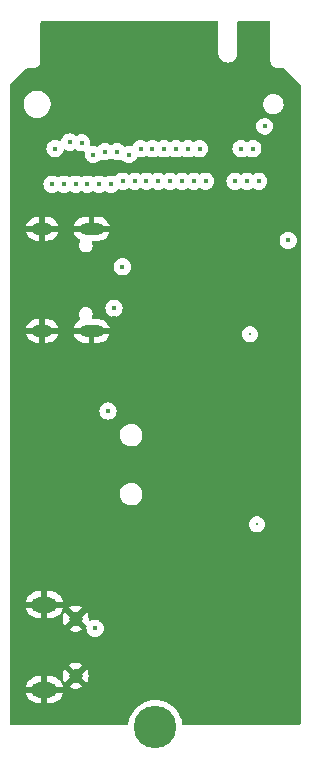
<source format=gbr>
%TF.GenerationSoftware,KiCad,Pcbnew,7.0.5*%
%TF.CreationDate,2023-08-28T16:59:48-05:00*%
%TF.ProjectId,Chimera_0002_thea,4368696d-6572-4615-9f30-3030325f7468,rev?*%
%TF.SameCoordinates,Original*%
%TF.FileFunction,Copper,L2,Inr*%
%TF.FilePolarity,Positive*%
%FSLAX46Y46*%
G04 Gerber Fmt 4.6, Leading zero omitted, Abs format (unit mm)*
G04 Created by KiCad (PCBNEW 7.0.5) date 2023-08-28 16:59:48*
%MOMM*%
%LPD*%
G01*
G04 APERTURE LIST*
%TA.AperFunction,ComponentPad*%
%ADD10C,3.600000*%
%TD*%
%TA.AperFunction,ComponentPad*%
%ADD11C,1.200000*%
%TD*%
%TA.AperFunction,ComponentPad*%
%ADD12O,2.200000X1.300000*%
%TD*%
%TA.AperFunction,ComponentPad*%
%ADD13O,2.100000X1.000000*%
%TD*%
%TA.AperFunction,ComponentPad*%
%ADD14O,1.800000X1.000000*%
%TD*%
%TA.AperFunction,ViaPad*%
%ADD15C,0.450000*%
%TD*%
%TA.AperFunction,ViaPad*%
%ADD16C,0.330000*%
%TD*%
%TA.AperFunction,ViaPad*%
%ADD17C,0.400000*%
%TD*%
G04 APERTURE END LIST*
D10*
%TO.N,N/C*%
%TO.C,H1*%
X112500000Y-149900000D03*
%TD*%
D11*
%TO.N,GND*%
%TO.C,USB1*%
X105749987Y-140675108D03*
D12*
X103100000Y-139500102D03*
X103100000Y-146700000D03*
D11*
X105749987Y-145524994D03*
%TD*%
D13*
%TO.N,GND*%
%TO.C,U1*%
X107098534Y-107679960D03*
X107098534Y-116320041D03*
D14*
X102918448Y-116320041D03*
X102918448Y-107679960D03*
%TD*%
D15*
%TO.N,Net-(CN1-1-Pad11)*%
X119250000Y-103650000D03*
%TO.N,Net-(CN1-20-Pad21)*%
X116750000Y-103650000D03*
%TO.N,Net-(CN1-20-Pad23)*%
X116250000Y-100900000D03*
%TO.N,Net-(CN1-20-Pad25)*%
X115750000Y-103650000D03*
%TO.N,Net-(CN1-20-Pad27)*%
X115250000Y-100900000D03*
%TO.N,Net-(CN1-1-Pad66)*%
X105750000Y-103900000D03*
%TO.N,Net-(CN1-20-Pad33)*%
X113750000Y-103650000D03*
%TO.N,Net-(CN1-20-Pad35)*%
X113250000Y-100900000D03*
%TO.N,Net-(CN1-20-Pad37)*%
X112750000Y-103650000D03*
%TO.N,Net-(CN1-1-Pad5)*%
X120749872Y-100900000D03*
%TO.N,Net-(CN1-20-Pad39)*%
X112250000Y-100900000D03*
%TO.N,Net-(CN1-1-Pad69)*%
X104750000Y-103900000D03*
%TO.N,Net-(CN1-1-Pad71)*%
X104000000Y-100900000D03*
%TO.N,Net-(CN1-1-Pad73)*%
X103750000Y-103900000D03*
%TO.N,Net-(CN1-20-Pad41)*%
X111750000Y-103650000D03*
D16*
%TO.N,+3V3*%
X120500000Y-116600000D03*
X121100000Y-132700000D03*
D17*
X121749872Y-99000000D03*
D15*
%TO.N,Net-(CN1-20-Pad43)*%
X111250000Y-100900000D03*
%TO.N,Net-(CN1-20-Pad45)*%
X110750000Y-103650000D03*
%TO.N,Net-(CN1-20-Pad47)*%
X110250000Y-101400000D03*
%TO.N,Net-(CN1-20-Pad49)*%
X109750000Y-103650000D03*
%TO.N,Net-(CN1-20-Pad51)*%
X109250000Y-101150000D03*
%TO.N,Net-(CN1-20-Pad53)*%
X108750000Y-103900000D03*
%TO.N,Net-(CN1-20-Pad55)*%
X108250000Y-101150000D03*
%TO.N,Net-(CN1-20-Pad57)*%
X107750000Y-103900000D03*
%TO.N,Net-(CN1-20-Pad59)*%
X107250000Y-101400000D03*
%TO.N,Net-(CN1-20-Pad61)*%
X106750000Y-103900000D03*
%TO.N,Net-(CN1-1-Pad67)*%
X105250000Y-100339395D03*
%TO.N,Net-(CN1-1-Pad7)*%
X120250000Y-103650000D03*
%TO.N,Net-(CN1-20-Pad63)*%
X106250000Y-100400000D03*
%TO.N,Net-(CN1-1-Pad9)*%
X119749872Y-100900000D03*
%TO.N,GND*%
X117925000Y-114350000D03*
X102800000Y-103900000D03*
X122100000Y-94800000D03*
X121250000Y-114250000D03*
X107000000Y-144400000D03*
X114400000Y-105100000D03*
X117300000Y-131100000D03*
X116000000Y-105100000D03*
X109000000Y-108750000D03*
X112800000Y-105100000D03*
X115400000Y-114000000D03*
X109000000Y-115250000D03*
%TO.N,USB+*%
X114750000Y-103650000D03*
%TO.N,USB-*%
X114250000Y-100900000D03*
%TO.N,+5V*%
X121250000Y-103650000D03*
X123750000Y-108650000D03*
%TO.N,VBUS*%
X109000000Y-114400000D03*
X108500000Y-123100000D03*
X109700000Y-110900000D03*
X107400000Y-141500000D03*
%TD*%
%TA.AperFunction,Conductor*%
%TO.N,GND*%
G36*
X117767539Y-90120185D02*
G01*
X117813294Y-90172989D01*
X117824500Y-90224500D01*
X117824500Y-92760118D01*
X117824500Y-92800000D01*
X117824500Y-92884136D01*
X117859486Y-93048731D01*
X117927928Y-93202455D01*
X118026836Y-93338589D01*
X118026837Y-93338590D01*
X118026838Y-93338591D01*
X118026840Y-93338594D01*
X118102907Y-93407084D01*
X118151886Y-93451185D01*
X118297614Y-93535321D01*
X118297616Y-93535321D01*
X118297619Y-93535323D01*
X118353464Y-93553467D01*
X118457650Y-93587320D01*
X118625000Y-93604909D01*
X118792350Y-93587320D01*
X118952386Y-93535321D01*
X119098114Y-93451185D01*
X119199254Y-93360118D01*
X119223159Y-93338594D01*
X119223159Y-93338592D01*
X119223164Y-93338589D01*
X119322072Y-93202455D01*
X119390514Y-93048731D01*
X119425500Y-92884136D01*
X119425500Y-92800000D01*
X119425500Y-92760118D01*
X119425500Y-92735456D01*
X119425499Y-92735450D01*
X119425500Y-90224500D01*
X119445185Y-90157460D01*
X119497989Y-90111706D01*
X119549500Y-90100500D01*
X122100500Y-90100500D01*
X122167539Y-90120185D01*
X122213294Y-90172989D01*
X122224500Y-90224500D01*
X122224500Y-93360118D01*
X122224500Y-93400000D01*
X122224500Y-93468993D01*
X122224500Y-93468995D01*
X122224499Y-93468995D01*
X122251418Y-93604322D01*
X122251421Y-93604332D01*
X122304221Y-93731804D01*
X122304228Y-93731817D01*
X122380885Y-93846541D01*
X122380888Y-93846545D01*
X122478454Y-93944111D01*
X122478458Y-93944114D01*
X122593182Y-94020771D01*
X122593195Y-94020778D01*
X122720667Y-94073578D01*
X122720672Y-94073580D01*
X122720676Y-94073580D01*
X122720677Y-94073581D01*
X122856004Y-94100500D01*
X122856007Y-94100500D01*
X122902410Y-94100500D01*
X123365589Y-94100500D01*
X123432628Y-94120185D01*
X123453270Y-94136819D01*
X124763181Y-95446730D01*
X124796666Y-95508053D01*
X124799500Y-95534411D01*
X124799500Y-149575500D01*
X124779815Y-149642539D01*
X124727011Y-149688294D01*
X124675500Y-149699500D01*
X114907452Y-149699500D01*
X114840413Y-149679815D01*
X114794658Y-149627011D01*
X114785835Y-149599692D01*
X114771121Y-149525723D01*
X114726880Y-149303309D01*
X114629945Y-149017748D01*
X114496566Y-148747282D01*
X114329025Y-148496539D01*
X114130189Y-148269810D01*
X113903459Y-148070973D01*
X113652720Y-147903435D01*
X113652713Y-147903431D01*
X113382268Y-147770062D01*
X113382247Y-147770053D01*
X113096698Y-147673122D01*
X113096692Y-147673120D01*
X113096691Y-147673120D01*
X113096689Y-147673119D01*
X113096683Y-147673118D01*
X112800930Y-147614288D01*
X112800921Y-147614287D01*
X112800920Y-147614287D01*
X112500000Y-147594564D01*
X112499999Y-147594564D01*
X112349540Y-147604425D01*
X112199080Y-147614287D01*
X112199079Y-147614287D01*
X112199069Y-147614288D01*
X111903316Y-147673118D01*
X111903301Y-147673122D01*
X111617752Y-147770053D01*
X111617731Y-147770062D01*
X111347286Y-147903431D01*
X111347279Y-147903435D01*
X111096540Y-148070973D01*
X110869810Y-148269810D01*
X110670973Y-148496540D01*
X110503435Y-148747279D01*
X110503431Y-148747286D01*
X110370062Y-149017731D01*
X110370053Y-149017752D01*
X110273122Y-149303301D01*
X110273119Y-149303313D01*
X110214165Y-149599692D01*
X110181780Y-149661603D01*
X110121064Y-149696177D01*
X110092548Y-149699500D01*
X100324500Y-149699500D01*
X100257461Y-149679815D01*
X100211706Y-149627011D01*
X100200500Y-149575500D01*
X100200500Y-146950000D01*
X101526813Y-146950000D01*
X101539162Y-147016058D01*
X101539163Y-147016063D01*
X101616149Y-147214789D01*
X101616153Y-147214798D01*
X101728346Y-147395997D01*
X101728348Y-147395999D01*
X101871928Y-147553499D01*
X102042010Y-147681940D01*
X102232783Y-147776933D01*
X102232803Y-147776941D01*
X102437780Y-147835261D01*
X102437783Y-147835262D01*
X102596833Y-147850000D01*
X102850000Y-147850000D01*
X102850000Y-147050013D01*
X103350000Y-147050013D01*
X103350000Y-147850000D01*
X103603167Y-147850000D01*
X103762216Y-147835262D01*
X103762219Y-147835261D01*
X103967196Y-147776941D01*
X103967216Y-147776933D01*
X104157989Y-147681940D01*
X104328071Y-147553499D01*
X104471651Y-147395999D01*
X104471653Y-147395997D01*
X104583846Y-147214798D01*
X104583850Y-147214789D01*
X104660836Y-147016063D01*
X104660837Y-147016058D01*
X104673187Y-146950000D01*
X103745650Y-146950000D01*
X103797122Y-146894086D01*
X103844046Y-146787111D01*
X103853692Y-146670696D01*
X103825016Y-146557457D01*
X103761125Y-146459665D01*
X103760571Y-146459234D01*
X105169297Y-146459234D01*
X105169298Y-146459235D01*
X105257568Y-146513889D01*
X105257575Y-146513893D01*
X105447665Y-146587533D01*
X105648059Y-146624994D01*
X105851915Y-146624994D01*
X106052308Y-146587533D01*
X106242401Y-146513891D01*
X106330675Y-146459234D01*
X105749988Y-145878547D01*
X105749987Y-145878547D01*
X105169297Y-146459234D01*
X103760571Y-146459234D01*
X103748707Y-146450000D01*
X104673187Y-146450000D01*
X104660837Y-146383941D01*
X104660837Y-146383940D01*
X104603390Y-146235650D01*
X104597528Y-146166026D01*
X104604120Y-146153582D01*
X104545249Y-146118484D01*
X104530754Y-146099457D01*
X104471649Y-146003997D01*
X104328071Y-145846500D01*
X104157989Y-145718059D01*
X103967216Y-145623066D01*
X103967196Y-145623058D01*
X103762219Y-145564738D01*
X103762216Y-145564737D01*
X103603167Y-145550000D01*
X103350000Y-145550000D01*
X103350000Y-146349987D01*
X102850000Y-146349987D01*
X102850000Y-145550000D01*
X102596833Y-145550000D01*
X102437783Y-145564737D01*
X102437780Y-145564738D01*
X102232803Y-145623058D01*
X102232783Y-145623066D01*
X102042010Y-145718059D01*
X101871928Y-145846500D01*
X101728348Y-146004000D01*
X101728346Y-146004002D01*
X101616153Y-146185201D01*
X101616149Y-146185210D01*
X101539163Y-146383936D01*
X101539162Y-146383941D01*
X101526813Y-146450000D01*
X102454350Y-146450000D01*
X102402878Y-146505914D01*
X102355954Y-146612889D01*
X102346308Y-146729304D01*
X102374984Y-146842543D01*
X102438875Y-146940335D01*
X102451293Y-146950000D01*
X101526813Y-146950000D01*
X100200500Y-146950000D01*
X100200500Y-145524994D01*
X104645274Y-145524994D01*
X104664083Y-145727983D01*
X104664084Y-145727986D01*
X104719870Y-145924057D01*
X104719871Y-145924059D01*
X104747183Y-145978909D01*
X104759443Y-146047695D01*
X104748722Y-146073421D01*
X104760884Y-146074138D01*
X104808154Y-146108603D01*
X104812520Y-146108907D01*
X105367130Y-145554298D01*
X105396346Y-145554298D01*
X105425022Y-145667537D01*
X105488913Y-145765329D01*
X105581096Y-145837078D01*
X105691580Y-145875007D01*
X105778992Y-145875007D01*
X105865208Y-145860620D01*
X105967942Y-145805023D01*
X106047058Y-145719080D01*
X106093982Y-145612105D01*
X106101200Y-145524994D01*
X106103539Y-145524994D01*
X106687452Y-146108906D01*
X106689234Y-146106546D01*
X106689236Y-146106544D01*
X106780100Y-145924063D01*
X106780103Y-145924057D01*
X106835889Y-145727986D01*
X106835890Y-145727983D01*
X106854700Y-145524994D01*
X106854700Y-145524993D01*
X106835890Y-145322004D01*
X106835889Y-145322001D01*
X106780103Y-145125930D01*
X106780100Y-145125924D01*
X106689231Y-144943435D01*
X106687453Y-144941080D01*
X106687452Y-144941079D01*
X106103539Y-145524993D01*
X106103539Y-145524994D01*
X106101200Y-145524994D01*
X106103628Y-145495690D01*
X106074952Y-145382451D01*
X106011061Y-145284659D01*
X105918878Y-145212910D01*
X105808394Y-145174981D01*
X105720982Y-145174981D01*
X105634766Y-145189368D01*
X105532032Y-145244965D01*
X105452916Y-145330908D01*
X105405992Y-145437883D01*
X105396346Y-145554298D01*
X105367130Y-145554298D01*
X105396434Y-145524994D01*
X105396434Y-145524993D01*
X104812520Y-144941079D01*
X104810741Y-144943437D01*
X104719873Y-145125924D01*
X104719870Y-145125930D01*
X104664084Y-145322001D01*
X104664083Y-145322004D01*
X104645274Y-145524993D01*
X104645274Y-145524994D01*
X100200500Y-145524994D01*
X100200500Y-144590752D01*
X105169297Y-144590752D01*
X105749987Y-145171441D01*
X105749988Y-145171441D01*
X106330675Y-144590752D01*
X106330674Y-144590751D01*
X106242405Y-144536098D01*
X106242398Y-144536094D01*
X106052308Y-144462454D01*
X105851915Y-144424994D01*
X105648059Y-144424994D01*
X105447665Y-144462454D01*
X105257575Y-144536094D01*
X105257571Y-144536096D01*
X105169297Y-144590752D01*
X100200500Y-144590752D01*
X100200500Y-141609348D01*
X105169297Y-141609348D01*
X105169298Y-141609349D01*
X105257568Y-141664003D01*
X105257575Y-141664007D01*
X105447665Y-141737647D01*
X105648059Y-141775108D01*
X105851915Y-141775108D01*
X106052308Y-141737647D01*
X106242401Y-141664005D01*
X106330675Y-141609348D01*
X105749988Y-141028661D01*
X105749987Y-141028661D01*
X105169297Y-141609348D01*
X100200500Y-141609348D01*
X100200500Y-140675108D01*
X104645274Y-140675108D01*
X104664083Y-140878097D01*
X104664084Y-140878100D01*
X104719870Y-141074171D01*
X104719873Y-141074177D01*
X104810741Y-141256664D01*
X104810742Y-141256665D01*
X104812520Y-141259020D01*
X105367130Y-140704412D01*
X105396346Y-140704412D01*
X105425022Y-140817651D01*
X105488913Y-140915443D01*
X105581096Y-140987192D01*
X105691580Y-141025121D01*
X105778992Y-141025121D01*
X105865208Y-141010734D01*
X105967942Y-140955137D01*
X106047058Y-140869194D01*
X106093982Y-140762219D01*
X106101200Y-140675108D01*
X106103540Y-140675108D01*
X106654203Y-141225771D01*
X106687688Y-141287094D01*
X106687469Y-141330446D01*
X106688993Y-141330618D01*
X106669909Y-141499996D01*
X106669909Y-141500003D01*
X106688212Y-141662455D01*
X106742210Y-141816774D01*
X106742211Y-141816775D01*
X106829192Y-141955204D01*
X106944796Y-142070808D01*
X107083225Y-142157789D01*
X107237539Y-142211786D01*
X107237542Y-142211786D01*
X107237544Y-142211787D01*
X107399996Y-142230091D01*
X107400000Y-142230091D01*
X107400004Y-142230091D01*
X107562455Y-142211787D01*
X107562456Y-142211786D01*
X107562461Y-142211786D01*
X107716775Y-142157789D01*
X107855204Y-142070808D01*
X107970808Y-141955204D01*
X108057789Y-141816775D01*
X108111786Y-141662461D01*
X108111787Y-141662455D01*
X108130091Y-141500003D01*
X108130091Y-141499996D01*
X108111787Y-141337544D01*
X108111786Y-141337542D01*
X108111786Y-141337539D01*
X108057789Y-141183225D01*
X107970808Y-141044796D01*
X107855204Y-140929192D01*
X107763258Y-140871418D01*
X107716774Y-140842210D01*
X107562455Y-140788212D01*
X107400004Y-140769909D01*
X107399996Y-140769909D01*
X107237544Y-140788212D01*
X107083222Y-140842211D01*
X107036740Y-140871418D01*
X106969503Y-140890418D01*
X106902668Y-140870050D01*
X106857455Y-140816781D01*
X106847298Y-140754982D01*
X106854700Y-140675107D01*
X106835890Y-140472118D01*
X106835889Y-140472115D01*
X106780103Y-140276044D01*
X106780100Y-140276038D01*
X106689231Y-140093549D01*
X106687453Y-140091194D01*
X106687452Y-140091193D01*
X106103540Y-140675107D01*
X106103540Y-140675108D01*
X106101200Y-140675108D01*
X106103628Y-140645804D01*
X106074952Y-140532565D01*
X106011061Y-140434773D01*
X105918878Y-140363024D01*
X105808394Y-140325095D01*
X105720982Y-140325095D01*
X105634766Y-140339482D01*
X105532032Y-140395079D01*
X105452916Y-140481022D01*
X105405992Y-140587997D01*
X105396346Y-140704412D01*
X105367130Y-140704412D01*
X105396434Y-140675108D01*
X105396434Y-140675107D01*
X104812520Y-140091193D01*
X104807768Y-140091524D01*
X104761915Y-140125581D01*
X104752695Y-140126205D01*
X104754555Y-140128994D01*
X104755729Y-140198854D01*
X104747182Y-140221195D01*
X104719873Y-140276038D01*
X104719870Y-140276044D01*
X104664084Y-140472115D01*
X104664083Y-140472118D01*
X104645274Y-140675107D01*
X104645274Y-140675108D01*
X100200500Y-140675108D01*
X100200500Y-139750102D01*
X101526813Y-139750102D01*
X101539162Y-139816160D01*
X101539163Y-139816165D01*
X101616149Y-140014891D01*
X101616153Y-140014900D01*
X101728346Y-140196099D01*
X101728348Y-140196101D01*
X101871928Y-140353601D01*
X102042010Y-140482042D01*
X102232783Y-140577035D01*
X102232803Y-140577043D01*
X102437780Y-140635363D01*
X102437783Y-140635364D01*
X102596833Y-140650102D01*
X102850000Y-140650102D01*
X102850000Y-139850115D01*
X103350000Y-139850115D01*
X103350000Y-140650102D01*
X103603167Y-140650102D01*
X103762216Y-140635364D01*
X103762219Y-140635363D01*
X103967196Y-140577043D01*
X103967216Y-140577035D01*
X104157989Y-140482042D01*
X104328071Y-140353601D01*
X104471651Y-140196101D01*
X104471653Y-140196099D01*
X104530755Y-140100646D01*
X104582782Y-140054010D01*
X104605949Y-140050280D01*
X104597755Y-140035138D01*
X104603002Y-139965466D01*
X104603393Y-139964443D01*
X104660837Y-139816161D01*
X104660837Y-139816160D01*
X104673187Y-139750102D01*
X103745650Y-139750102D01*
X103754152Y-139740866D01*
X105169297Y-139740866D01*
X105749987Y-140321555D01*
X105749988Y-140321555D01*
X106330675Y-139740866D01*
X106330674Y-139740865D01*
X106242405Y-139686212D01*
X106242398Y-139686208D01*
X106052308Y-139612568D01*
X105851915Y-139575108D01*
X105648059Y-139575108D01*
X105447665Y-139612568D01*
X105257575Y-139686208D01*
X105257571Y-139686210D01*
X105169297Y-139740866D01*
X103754152Y-139740866D01*
X103797122Y-139694188D01*
X103844046Y-139587213D01*
X103853692Y-139470798D01*
X103825016Y-139357559D01*
X103761125Y-139259767D01*
X103748707Y-139250102D01*
X104673187Y-139250102D01*
X104660837Y-139184043D01*
X104660836Y-139184038D01*
X104583850Y-138985312D01*
X104583846Y-138985303D01*
X104471653Y-138804104D01*
X104471651Y-138804102D01*
X104328071Y-138646602D01*
X104157989Y-138518161D01*
X103967216Y-138423168D01*
X103967196Y-138423160D01*
X103762219Y-138364840D01*
X103762216Y-138364839D01*
X103603167Y-138350102D01*
X103350000Y-138350102D01*
X103350000Y-139150089D01*
X102850000Y-139150089D01*
X102850000Y-138350102D01*
X102596833Y-138350102D01*
X102437783Y-138364839D01*
X102437780Y-138364840D01*
X102232803Y-138423160D01*
X102232783Y-138423168D01*
X102042010Y-138518161D01*
X101871928Y-138646602D01*
X101728348Y-138804102D01*
X101728346Y-138804104D01*
X101616153Y-138985303D01*
X101616149Y-138985312D01*
X101539163Y-139184038D01*
X101539162Y-139184043D01*
X101526813Y-139250102D01*
X102454350Y-139250102D01*
X102402878Y-139306016D01*
X102355954Y-139412991D01*
X102346308Y-139529406D01*
X102374984Y-139642645D01*
X102438875Y-139740437D01*
X102451293Y-139750102D01*
X101526813Y-139750102D01*
X100200500Y-139750102D01*
X100200500Y-132700000D01*
X120429612Y-132700000D01*
X120449091Y-132860434D01*
X120506400Y-133011545D01*
X120506401Y-133011545D01*
X120598207Y-133144549D01*
X120719176Y-133251719D01*
X120862277Y-133326824D01*
X121019194Y-133365500D01*
X121180806Y-133365500D01*
X121337723Y-133326824D01*
X121480824Y-133251719D01*
X121601793Y-133144549D01*
X121693599Y-133011545D01*
X121750908Y-132860434D01*
X121770388Y-132700000D01*
X121750908Y-132539566D01*
X121693599Y-132388455D01*
X121601793Y-132255451D01*
X121480824Y-132148281D01*
X121467276Y-132141170D01*
X121337722Y-132073175D01*
X121180806Y-132034500D01*
X121019194Y-132034500D01*
X120862277Y-132073175D01*
X120719177Y-132148280D01*
X120598207Y-132255450D01*
X120598205Y-132255453D01*
X120506402Y-132388453D01*
X120506401Y-132388454D01*
X120449091Y-132539565D01*
X120429612Y-132699999D01*
X120429612Y-132700000D01*
X100200500Y-132700000D01*
X100200500Y-130198596D01*
X109486664Y-130198596D01*
X109516059Y-130390480D01*
X109516061Y-130390488D01*
X109583484Y-130572536D01*
X109686173Y-130737284D01*
X109819923Y-130877990D01*
X109979260Y-130988891D01*
X110157658Y-131065448D01*
X110347816Y-131104526D01*
X110493295Y-131104526D01*
X110638019Y-131089809D01*
X110823237Y-131031696D01*
X110823238Y-131031695D01*
X110823246Y-131031693D01*
X110992985Y-130937481D01*
X111140284Y-130811029D01*
X111259113Y-130657514D01*
X111344607Y-130483222D01*
X111393267Y-130295287D01*
X111403100Y-130101405D01*
X111373703Y-129909512D01*
X111306280Y-129727464D01*
X111203591Y-129562716D01*
X111069841Y-129422010D01*
X110910504Y-129311109D01*
X110910505Y-129311109D01*
X110910503Y-129311108D01*
X110732106Y-129234552D01*
X110541948Y-129195474D01*
X110396470Y-129195474D01*
X110396469Y-129195474D01*
X110251744Y-129210190D01*
X110066526Y-129268303D01*
X110066511Y-129268310D01*
X109896781Y-129362517D01*
X109896776Y-129362520D01*
X109749480Y-129488969D01*
X109749479Y-129488970D01*
X109630653Y-129642482D01*
X109545155Y-129816781D01*
X109496498Y-130004704D01*
X109496497Y-130004710D01*
X109486664Y-130198596D01*
X100200500Y-130198596D01*
X100200500Y-125198596D01*
X109486664Y-125198596D01*
X109516059Y-125390480D01*
X109516061Y-125390488D01*
X109583484Y-125572536D01*
X109686173Y-125737284D01*
X109819923Y-125877990D01*
X109979260Y-125988891D01*
X110157658Y-126065448D01*
X110347816Y-126104526D01*
X110493295Y-126104526D01*
X110638019Y-126089809D01*
X110823237Y-126031696D01*
X110823238Y-126031695D01*
X110823246Y-126031693D01*
X110992985Y-125937481D01*
X111140284Y-125811029D01*
X111259113Y-125657514D01*
X111344607Y-125483222D01*
X111393267Y-125295287D01*
X111403100Y-125101405D01*
X111373703Y-124909512D01*
X111306280Y-124727464D01*
X111203591Y-124562716D01*
X111069841Y-124422010D01*
X110910504Y-124311109D01*
X110910505Y-124311109D01*
X110910503Y-124311108D01*
X110732106Y-124234552D01*
X110541948Y-124195474D01*
X110396470Y-124195474D01*
X110396469Y-124195474D01*
X110251744Y-124210190D01*
X110066526Y-124268303D01*
X110066511Y-124268310D01*
X109896781Y-124362517D01*
X109896776Y-124362520D01*
X109749480Y-124488969D01*
X109749479Y-124488970D01*
X109630653Y-124642482D01*
X109545155Y-124816781D01*
X109496498Y-125004704D01*
X109496497Y-125004710D01*
X109486664Y-125198596D01*
X100200500Y-125198596D01*
X100200500Y-123100003D01*
X107769909Y-123100003D01*
X107788212Y-123262455D01*
X107842210Y-123416774D01*
X107842211Y-123416775D01*
X107929192Y-123555204D01*
X108044796Y-123670808D01*
X108183225Y-123757789D01*
X108337539Y-123811786D01*
X108337542Y-123811786D01*
X108337544Y-123811787D01*
X108499996Y-123830091D01*
X108500000Y-123830091D01*
X108500004Y-123830091D01*
X108662455Y-123811787D01*
X108662456Y-123811786D01*
X108662461Y-123811786D01*
X108816775Y-123757789D01*
X108955204Y-123670808D01*
X109070808Y-123555204D01*
X109157789Y-123416775D01*
X109211786Y-123262461D01*
X109230091Y-123100000D01*
X109211786Y-122937539D01*
X109157789Y-122783225D01*
X109070808Y-122644796D01*
X108955204Y-122529192D01*
X108955204Y-122529191D01*
X108816774Y-122442210D01*
X108662455Y-122388212D01*
X108500004Y-122369909D01*
X108499996Y-122369909D01*
X108337544Y-122388212D01*
X108183225Y-122442210D01*
X108044795Y-122529192D01*
X107929192Y-122644795D01*
X107842210Y-122783225D01*
X107788212Y-122937544D01*
X107769909Y-123099996D01*
X107769909Y-123100003D01*
X100200500Y-123100003D01*
X100200500Y-116570041D01*
X101545082Y-116570041D01*
X101545379Y-116571987D01*
X101545381Y-116571993D01*
X101616010Y-116762698D01*
X101616013Y-116762705D01*
X101723597Y-116935308D01*
X101863712Y-117082709D01*
X101863714Y-117082710D01*
X102030643Y-117198897D01*
X102217540Y-117279100D01*
X102416758Y-117320041D01*
X102668448Y-117320041D01*
X102668448Y-116620041D01*
X103168448Y-116620041D01*
X103168447Y-117320040D01*
X103168448Y-117320041D01*
X103369161Y-117320041D01*
X103520786Y-117304622D01*
X103714829Y-117243741D01*
X103714839Y-117243736D01*
X103892663Y-117145035D01*
X103892664Y-117145035D01*
X104046978Y-117012562D01*
X104046979Y-117012561D01*
X104171466Y-116851736D01*
X104261036Y-116669134D01*
X104286694Y-116570041D01*
X105575168Y-116570041D01*
X105575465Y-116571987D01*
X105575467Y-116571993D01*
X105646096Y-116762698D01*
X105646099Y-116762705D01*
X105753683Y-116935308D01*
X105893798Y-117082709D01*
X105893800Y-117082710D01*
X106060729Y-117198897D01*
X106247626Y-117279100D01*
X106446844Y-117320041D01*
X106848534Y-117320041D01*
X106848534Y-116620041D01*
X107348534Y-116620041D01*
X107348534Y-117320041D01*
X107699247Y-117320041D01*
X107850872Y-117304622D01*
X108044915Y-117243741D01*
X108044925Y-117243736D01*
X108222749Y-117145035D01*
X108222750Y-117145035D01*
X108377064Y-117012562D01*
X108377065Y-117012561D01*
X108501552Y-116851736D01*
X108591122Y-116669134D01*
X108609023Y-116600000D01*
X119829612Y-116600000D01*
X119849091Y-116760434D01*
X119883718Y-116851736D01*
X119906401Y-116911545D01*
X119998207Y-117044549D01*
X120119176Y-117151719D01*
X120262277Y-117226824D01*
X120419194Y-117265500D01*
X120580806Y-117265500D01*
X120737723Y-117226824D01*
X120880824Y-117151719D01*
X121001793Y-117044549D01*
X121093599Y-116911545D01*
X121150908Y-116760434D01*
X121170388Y-116600000D01*
X121150908Y-116439566D01*
X121137253Y-116403562D01*
X121094898Y-116291881D01*
X121093599Y-116288455D01*
X121001793Y-116155451D01*
X120880824Y-116048281D01*
X120827017Y-116020041D01*
X120737722Y-115973175D01*
X120580806Y-115934500D01*
X120419194Y-115934500D01*
X120262277Y-115973175D01*
X120119177Y-116048280D01*
X119998207Y-116155450D01*
X119998205Y-116155453D01*
X119906402Y-116288453D01*
X119906401Y-116288454D01*
X119849091Y-116439565D01*
X119829612Y-116599999D01*
X119829612Y-116600000D01*
X108609023Y-116600000D01*
X108616780Y-116570041D01*
X107814645Y-116570041D01*
X107854144Y-116545584D01*
X107921735Y-116456079D01*
X107952429Y-116348201D01*
X107942080Y-116236520D01*
X107892086Y-116136119D01*
X107819603Y-116070041D01*
X108621900Y-116070041D01*
X108621602Y-116068094D01*
X108621600Y-116068088D01*
X108550971Y-115877383D01*
X108550968Y-115877376D01*
X108443384Y-115704773D01*
X108303269Y-115557372D01*
X108303267Y-115557371D01*
X108136338Y-115441184D01*
X107949441Y-115360981D01*
X107750224Y-115320041D01*
X107233358Y-115320041D01*
X107166319Y-115300356D01*
X107120564Y-115247552D01*
X107110620Y-115178394D01*
X107118797Y-115148588D01*
X107126459Y-115130091D01*
X107163239Y-115041296D01*
X107183155Y-114890018D01*
X107163239Y-114738740D01*
X107104848Y-114597771D01*
X107011961Y-114476718D01*
X106911984Y-114400003D01*
X108269909Y-114400003D01*
X108288212Y-114562455D01*
X108342210Y-114716774D01*
X108356013Y-114738741D01*
X108429192Y-114855204D01*
X108544796Y-114970808D01*
X108683225Y-115057789D01*
X108837539Y-115111786D01*
X108837542Y-115111786D01*
X108837544Y-115111787D01*
X108999996Y-115130091D01*
X109000000Y-115130091D01*
X109000004Y-115130091D01*
X109162455Y-115111787D01*
X109162456Y-115111786D01*
X109162461Y-115111786D01*
X109316775Y-115057789D01*
X109455204Y-114970808D01*
X109570808Y-114855204D01*
X109657789Y-114716775D01*
X109711786Y-114562461D01*
X109730091Y-114400000D01*
X109728269Y-114383831D01*
X109711787Y-114237544D01*
X109711786Y-114237542D01*
X109711786Y-114237539D01*
X109657789Y-114083225D01*
X109570808Y-113944796D01*
X109455204Y-113829192D01*
X109316774Y-113742210D01*
X109162455Y-113688212D01*
X109000004Y-113669909D01*
X108999996Y-113669909D01*
X108837544Y-113688212D01*
X108683225Y-113742210D01*
X108544795Y-113829192D01*
X108429192Y-113944795D01*
X108342210Y-114083225D01*
X108288212Y-114237544D01*
X108269909Y-114399996D01*
X108269909Y-114400003D01*
X106911984Y-114400003D01*
X106890908Y-114383831D01*
X106890907Y-114383830D01*
X106890905Y-114383829D01*
X106749942Y-114325441D01*
X106749940Y-114325440D01*
X106749939Y-114325440D01*
X106735776Y-114323575D01*
X106636647Y-114310524D01*
X106636640Y-114310524D01*
X106560682Y-114310524D01*
X106560674Y-114310524D01*
X106447383Y-114325440D01*
X106447379Y-114325441D01*
X106306416Y-114383829D01*
X106185361Y-114476718D01*
X106092472Y-114597773D01*
X106034084Y-114738736D01*
X106034082Y-114738741D01*
X106014167Y-114890016D01*
X106014167Y-114890019D01*
X106034082Y-115041294D01*
X106034084Y-115041299D01*
X106092473Y-115182264D01*
X106137943Y-115241522D01*
X106163137Y-115306691D01*
X106149099Y-115375136D01*
X106100285Y-115425125D01*
X106099746Y-115425426D01*
X105974322Y-115495043D01*
X105974317Y-115495046D01*
X105820003Y-115627519D01*
X105820002Y-115627520D01*
X105695515Y-115788345D01*
X105605945Y-115970947D01*
X105580288Y-116070041D01*
X106382423Y-116070041D01*
X106342924Y-116094498D01*
X106275333Y-116184003D01*
X106244639Y-116291881D01*
X106254988Y-116403562D01*
X106304982Y-116503963D01*
X106377465Y-116570041D01*
X105575168Y-116570041D01*
X104286694Y-116570041D01*
X103484559Y-116570041D01*
X103524058Y-116545584D01*
X103591649Y-116456079D01*
X103622343Y-116348201D01*
X103611994Y-116236520D01*
X103562000Y-116136119D01*
X103489517Y-116070041D01*
X104291814Y-116070041D01*
X104291516Y-116068094D01*
X104291514Y-116068088D01*
X104220885Y-115877383D01*
X104220882Y-115877376D01*
X104113298Y-115704773D01*
X103973183Y-115557372D01*
X103973181Y-115557371D01*
X103806252Y-115441184D01*
X103619355Y-115360981D01*
X103420138Y-115320041D01*
X103168448Y-115320041D01*
X103168447Y-116020041D01*
X102668448Y-116020041D01*
X102668448Y-115320041D01*
X102467735Y-115320041D01*
X102316109Y-115335459D01*
X102122066Y-115396340D01*
X102122056Y-115396345D01*
X101944232Y-115495046D01*
X101944231Y-115495046D01*
X101789917Y-115627519D01*
X101789916Y-115627520D01*
X101665429Y-115788345D01*
X101575859Y-115970947D01*
X101550202Y-116070041D01*
X102352337Y-116070041D01*
X102312838Y-116094498D01*
X102245247Y-116184003D01*
X102214553Y-116291881D01*
X102224902Y-116403562D01*
X102274896Y-116503963D01*
X102347379Y-116570041D01*
X101545082Y-116570041D01*
X100200500Y-116570041D01*
X100200500Y-110900003D01*
X108969909Y-110900003D01*
X108988212Y-111062455D01*
X109042210Y-111216774D01*
X109042211Y-111216775D01*
X109129192Y-111355204D01*
X109244796Y-111470808D01*
X109383225Y-111557789D01*
X109537539Y-111611786D01*
X109537542Y-111611786D01*
X109537544Y-111611787D01*
X109699996Y-111630091D01*
X109700000Y-111630091D01*
X109700004Y-111630091D01*
X109862455Y-111611787D01*
X109862456Y-111611786D01*
X109862461Y-111611786D01*
X110016775Y-111557789D01*
X110155204Y-111470808D01*
X110270808Y-111355204D01*
X110357789Y-111216775D01*
X110411786Y-111062461D01*
X110430091Y-110900000D01*
X110411786Y-110737539D01*
X110357789Y-110583225D01*
X110270808Y-110444796D01*
X110155204Y-110329192D01*
X110016774Y-110242210D01*
X109862455Y-110188212D01*
X109700004Y-110169909D01*
X109699996Y-110169909D01*
X109537544Y-110188212D01*
X109383225Y-110242210D01*
X109244795Y-110329192D01*
X109129192Y-110444795D01*
X109042210Y-110583225D01*
X108988212Y-110737544D01*
X108969909Y-110899996D01*
X108969909Y-110900003D01*
X100200500Y-110900003D01*
X100200500Y-107929960D01*
X101545082Y-107929960D01*
X101545379Y-107931906D01*
X101545381Y-107931912D01*
X101616010Y-108122617D01*
X101616013Y-108122624D01*
X101723597Y-108295227D01*
X101863712Y-108442628D01*
X101863714Y-108442629D01*
X102030643Y-108558816D01*
X102217540Y-108639019D01*
X102416758Y-108679960D01*
X102668448Y-108679960D01*
X102668448Y-107979960D01*
X103168448Y-107979960D01*
X103168447Y-108679959D01*
X103168448Y-108679960D01*
X103369161Y-108679960D01*
X103520786Y-108664541D01*
X103714829Y-108603660D01*
X103714839Y-108603655D01*
X103892663Y-108504954D01*
X103892664Y-108504954D01*
X104046978Y-108372481D01*
X104046979Y-108372480D01*
X104171466Y-108211655D01*
X104261036Y-108029053D01*
X104286694Y-107929960D01*
X105575168Y-107929960D01*
X105575465Y-107931906D01*
X105575467Y-107931912D01*
X105646096Y-108122617D01*
X105646099Y-108122624D01*
X105753683Y-108295227D01*
X105893798Y-108442628D01*
X105893800Y-108442629D01*
X106060728Y-108558815D01*
X106081778Y-108567848D01*
X106135622Y-108612374D01*
X106156847Y-108678942D01*
X106138713Y-108746417D01*
X106131257Y-108757285D01*
X106092473Y-108807830D01*
X106034084Y-108948795D01*
X106034082Y-108948800D01*
X106014167Y-109100075D01*
X106014167Y-109100078D01*
X106034082Y-109251353D01*
X106034084Y-109251358D01*
X106092472Y-109392321D01*
X106092473Y-109392323D01*
X106092474Y-109392324D01*
X106185361Y-109513377D01*
X106306414Y-109606264D01*
X106447383Y-109664655D01*
X106560682Y-109679571D01*
X106560689Y-109679571D01*
X106636633Y-109679571D01*
X106636640Y-109679571D01*
X106749939Y-109664655D01*
X106890908Y-109606264D01*
X107011961Y-109513377D01*
X107104848Y-109392324D01*
X107163239Y-109251355D01*
X107183155Y-109100077D01*
X107163239Y-108948799D01*
X107122899Y-108851411D01*
X107115431Y-108781943D01*
X107146706Y-108719464D01*
X107206795Y-108683812D01*
X107237461Y-108679960D01*
X107699247Y-108679960D01*
X107850872Y-108664541D01*
X107897208Y-108650003D01*
X123019909Y-108650003D01*
X123038212Y-108812455D01*
X123092210Y-108966774D01*
X123092211Y-108966775D01*
X123179192Y-109105204D01*
X123294796Y-109220808D01*
X123433225Y-109307789D01*
X123587539Y-109361786D01*
X123587542Y-109361786D01*
X123587544Y-109361787D01*
X123749996Y-109380091D01*
X123750000Y-109380091D01*
X123750004Y-109380091D01*
X123912455Y-109361787D01*
X123912456Y-109361786D01*
X123912461Y-109361786D01*
X124066775Y-109307789D01*
X124205204Y-109220808D01*
X124320808Y-109105204D01*
X124407789Y-108966775D01*
X124461786Y-108812461D01*
X124468003Y-108757285D01*
X124480091Y-108650003D01*
X124480091Y-108649996D01*
X124461787Y-108487544D01*
X124461786Y-108487542D01*
X124461786Y-108487539D01*
X124407789Y-108333225D01*
X124320808Y-108194796D01*
X124205204Y-108079192D01*
X124125409Y-108029053D01*
X124066774Y-107992210D01*
X123912455Y-107938212D01*
X123750004Y-107919909D01*
X123749996Y-107919909D01*
X123587544Y-107938212D01*
X123433225Y-107992210D01*
X123294795Y-108079192D01*
X123179192Y-108194795D01*
X123092210Y-108333225D01*
X123038212Y-108487544D01*
X123019909Y-108649996D01*
X123019909Y-108650003D01*
X107897208Y-108650003D01*
X108044915Y-108603660D01*
X108044925Y-108603655D01*
X108222749Y-108504954D01*
X108222750Y-108504954D01*
X108377064Y-108372481D01*
X108377065Y-108372480D01*
X108501552Y-108211655D01*
X108591122Y-108029053D01*
X108616780Y-107929960D01*
X107814645Y-107929960D01*
X107854144Y-107905503D01*
X107921735Y-107815998D01*
X107952429Y-107708120D01*
X107942080Y-107596439D01*
X107892086Y-107496038D01*
X107819603Y-107429960D01*
X108621900Y-107429960D01*
X108621602Y-107428013D01*
X108621600Y-107428007D01*
X108550971Y-107237302D01*
X108550968Y-107237295D01*
X108443384Y-107064692D01*
X108303269Y-106917291D01*
X108303267Y-106917290D01*
X108136338Y-106801103D01*
X107949441Y-106720900D01*
X107750224Y-106679960D01*
X107348534Y-106679960D01*
X107348534Y-107379960D01*
X106848534Y-107379960D01*
X106848534Y-106679960D01*
X106497821Y-106679960D01*
X106346195Y-106695378D01*
X106152152Y-106756259D01*
X106152142Y-106756264D01*
X105974318Y-106854965D01*
X105974317Y-106854965D01*
X105820003Y-106987438D01*
X105820002Y-106987439D01*
X105695515Y-107148264D01*
X105605945Y-107330866D01*
X105580288Y-107429960D01*
X106382423Y-107429960D01*
X106342924Y-107454417D01*
X106275333Y-107543922D01*
X106244639Y-107651800D01*
X106254988Y-107763481D01*
X106304982Y-107863882D01*
X106377465Y-107929960D01*
X105575168Y-107929960D01*
X104286694Y-107929960D01*
X103484559Y-107929960D01*
X103524058Y-107905503D01*
X103591649Y-107815998D01*
X103622343Y-107708120D01*
X103611994Y-107596439D01*
X103562000Y-107496038D01*
X103489517Y-107429960D01*
X104291814Y-107429960D01*
X104291516Y-107428013D01*
X104291514Y-107428007D01*
X104220885Y-107237302D01*
X104220882Y-107237295D01*
X104113298Y-107064692D01*
X103973183Y-106917291D01*
X103973181Y-106917290D01*
X103806252Y-106801103D01*
X103619355Y-106720900D01*
X103420138Y-106679960D01*
X103168448Y-106679960D01*
X103168447Y-107379960D01*
X102668448Y-107379960D01*
X102668448Y-106679960D01*
X102467735Y-106679960D01*
X102316109Y-106695378D01*
X102122066Y-106756259D01*
X102122056Y-106756264D01*
X101944232Y-106854965D01*
X101944231Y-106854965D01*
X101789917Y-106987438D01*
X101789916Y-106987439D01*
X101665429Y-107148264D01*
X101575859Y-107330866D01*
X101550202Y-107429960D01*
X102352337Y-107429960D01*
X102312838Y-107454417D01*
X102245247Y-107543922D01*
X102214553Y-107651800D01*
X102224902Y-107763481D01*
X102274896Y-107863882D01*
X102347379Y-107929960D01*
X101545082Y-107929960D01*
X100200500Y-107929960D01*
X100200500Y-103900003D01*
X103019909Y-103900003D01*
X103038212Y-104062455D01*
X103092210Y-104216774D01*
X103092211Y-104216775D01*
X103179192Y-104355204D01*
X103294796Y-104470808D01*
X103433225Y-104557789D01*
X103587539Y-104611786D01*
X103587542Y-104611786D01*
X103587544Y-104611787D01*
X103749996Y-104630091D01*
X103750000Y-104630091D01*
X103750004Y-104630091D01*
X103912455Y-104611787D01*
X103912456Y-104611786D01*
X103912461Y-104611786D01*
X104066775Y-104557789D01*
X104184027Y-104484114D01*
X104251265Y-104465114D01*
X104315972Y-104484114D01*
X104433225Y-104557789D01*
X104587539Y-104611786D01*
X104587542Y-104611786D01*
X104587544Y-104611787D01*
X104749996Y-104630091D01*
X104750000Y-104630091D01*
X104750004Y-104630091D01*
X104912455Y-104611787D01*
X104912456Y-104611786D01*
X104912461Y-104611786D01*
X105066775Y-104557789D01*
X105184027Y-104484114D01*
X105251265Y-104465114D01*
X105315972Y-104484114D01*
X105433225Y-104557789D01*
X105587539Y-104611786D01*
X105587542Y-104611786D01*
X105587544Y-104611787D01*
X105749996Y-104630091D01*
X105750000Y-104630091D01*
X105750004Y-104630091D01*
X105912455Y-104611787D01*
X105912456Y-104611786D01*
X105912461Y-104611786D01*
X106066775Y-104557789D01*
X106184027Y-104484114D01*
X106251265Y-104465114D01*
X106315972Y-104484114D01*
X106433225Y-104557789D01*
X106587539Y-104611786D01*
X106587542Y-104611786D01*
X106587544Y-104611787D01*
X106749996Y-104630091D01*
X106750000Y-104630091D01*
X106750004Y-104630091D01*
X106912455Y-104611787D01*
X106912456Y-104611786D01*
X106912461Y-104611786D01*
X107066775Y-104557789D01*
X107184026Y-104484114D01*
X107251263Y-104465114D01*
X107315971Y-104484114D01*
X107433223Y-104557788D01*
X107433225Y-104557789D01*
X107587539Y-104611786D01*
X107587542Y-104611786D01*
X107587544Y-104611787D01*
X107749996Y-104630091D01*
X107750000Y-104630091D01*
X107750004Y-104630091D01*
X107912455Y-104611787D01*
X107912456Y-104611786D01*
X107912461Y-104611786D01*
X108066775Y-104557789D01*
X108184027Y-104484114D01*
X108251265Y-104465114D01*
X108315972Y-104484114D01*
X108433225Y-104557789D01*
X108587539Y-104611786D01*
X108587542Y-104611786D01*
X108587544Y-104611787D01*
X108749996Y-104630091D01*
X108750000Y-104630091D01*
X108750004Y-104630091D01*
X108912455Y-104611787D01*
X108912456Y-104611786D01*
X108912461Y-104611786D01*
X109066775Y-104557789D01*
X109205204Y-104470808D01*
X109320808Y-104355204D01*
X109320808Y-104355203D01*
X109325732Y-104350280D01*
X109326845Y-104351393D01*
X109377207Y-104316033D01*
X109447018Y-104313171D01*
X109457936Y-104316435D01*
X109587539Y-104361786D01*
X109587543Y-104361786D01*
X109587545Y-104361787D01*
X109749996Y-104380091D01*
X109750000Y-104380091D01*
X109750004Y-104380091D01*
X109912455Y-104361787D01*
X109912456Y-104361786D01*
X109912461Y-104361786D01*
X110066775Y-104307789D01*
X110184028Y-104234113D01*
X110251264Y-104215113D01*
X110315971Y-104234113D01*
X110433225Y-104307789D01*
X110587539Y-104361786D01*
X110587542Y-104361786D01*
X110587544Y-104361787D01*
X110749996Y-104380091D01*
X110750000Y-104380091D01*
X110750004Y-104380091D01*
X110912455Y-104361787D01*
X110912456Y-104361786D01*
X110912461Y-104361786D01*
X111066775Y-104307789D01*
X111184029Y-104234113D01*
X111251262Y-104215113D01*
X111315970Y-104234112D01*
X111433225Y-104307789D01*
X111587539Y-104361786D01*
X111587542Y-104361786D01*
X111587544Y-104361787D01*
X111749996Y-104380091D01*
X111750000Y-104380091D01*
X111750004Y-104380091D01*
X111912455Y-104361787D01*
X111912456Y-104361786D01*
X111912461Y-104361786D01*
X112066775Y-104307789D01*
X112184028Y-104234113D01*
X112251264Y-104215113D01*
X112315971Y-104234113D01*
X112433225Y-104307789D01*
X112587539Y-104361786D01*
X112587542Y-104361786D01*
X112587544Y-104361787D01*
X112749996Y-104380091D01*
X112750000Y-104380091D01*
X112750004Y-104380091D01*
X112912455Y-104361787D01*
X112912456Y-104361786D01*
X112912461Y-104361786D01*
X113066775Y-104307789D01*
X113184028Y-104234113D01*
X113251264Y-104215113D01*
X113315971Y-104234113D01*
X113433225Y-104307789D01*
X113587539Y-104361786D01*
X113587542Y-104361786D01*
X113587544Y-104361787D01*
X113749996Y-104380091D01*
X113750000Y-104380091D01*
X113750004Y-104380091D01*
X113912455Y-104361787D01*
X113912456Y-104361786D01*
X113912461Y-104361786D01*
X114066775Y-104307789D01*
X114184029Y-104234113D01*
X114251262Y-104215113D01*
X114315970Y-104234112D01*
X114433225Y-104307789D01*
X114587539Y-104361786D01*
X114587542Y-104361786D01*
X114587544Y-104361787D01*
X114749996Y-104380091D01*
X114750000Y-104380091D01*
X114750004Y-104380091D01*
X114912455Y-104361787D01*
X114912456Y-104361786D01*
X114912461Y-104361786D01*
X115066775Y-104307789D01*
X115184028Y-104234113D01*
X115251264Y-104215113D01*
X115315971Y-104234113D01*
X115433225Y-104307789D01*
X115587539Y-104361786D01*
X115587542Y-104361786D01*
X115587544Y-104361787D01*
X115749996Y-104380091D01*
X115750000Y-104380091D01*
X115750004Y-104380091D01*
X115912455Y-104361787D01*
X115912456Y-104361786D01*
X115912461Y-104361786D01*
X116066775Y-104307789D01*
X116184028Y-104234113D01*
X116251264Y-104215113D01*
X116315971Y-104234113D01*
X116433225Y-104307789D01*
X116587539Y-104361786D01*
X116587542Y-104361786D01*
X116587544Y-104361787D01*
X116749996Y-104380091D01*
X116750000Y-104380091D01*
X116750004Y-104380091D01*
X116912455Y-104361787D01*
X116912456Y-104361786D01*
X116912461Y-104361786D01*
X117066775Y-104307789D01*
X117205204Y-104220808D01*
X117320808Y-104105204D01*
X117407789Y-103966775D01*
X117461786Y-103812461D01*
X117480091Y-103650003D01*
X118519909Y-103650003D01*
X118538212Y-103812455D01*
X118592210Y-103966774D01*
X118592211Y-103966775D01*
X118679192Y-104105204D01*
X118794796Y-104220808D01*
X118933225Y-104307789D01*
X119087539Y-104361786D01*
X119087542Y-104361786D01*
X119087544Y-104361787D01*
X119249996Y-104380091D01*
X119250000Y-104380091D01*
X119250004Y-104380091D01*
X119412455Y-104361787D01*
X119412456Y-104361786D01*
X119412461Y-104361786D01*
X119566775Y-104307789D01*
X119684029Y-104234113D01*
X119751262Y-104215113D01*
X119815970Y-104234112D01*
X119933225Y-104307789D01*
X120087539Y-104361786D01*
X120087542Y-104361786D01*
X120087544Y-104361787D01*
X120249996Y-104380091D01*
X120250000Y-104380091D01*
X120250004Y-104380091D01*
X120412455Y-104361787D01*
X120412456Y-104361786D01*
X120412461Y-104361786D01*
X120566775Y-104307789D01*
X120684028Y-104234113D01*
X120751264Y-104215113D01*
X120815971Y-104234113D01*
X120933225Y-104307789D01*
X121087539Y-104361786D01*
X121087542Y-104361786D01*
X121087544Y-104361787D01*
X121249996Y-104380091D01*
X121250000Y-104380091D01*
X121250004Y-104380091D01*
X121412455Y-104361787D01*
X121412456Y-104361786D01*
X121412461Y-104361786D01*
X121566775Y-104307789D01*
X121705204Y-104220808D01*
X121820808Y-104105204D01*
X121907789Y-103966775D01*
X121961786Y-103812461D01*
X121980091Y-103650000D01*
X121972567Y-103583225D01*
X121961787Y-103487544D01*
X121961786Y-103487542D01*
X121961786Y-103487539D01*
X121907789Y-103333225D01*
X121820808Y-103194796D01*
X121705204Y-103079192D01*
X121684026Y-103065885D01*
X121566774Y-102992210D01*
X121412455Y-102938212D01*
X121250004Y-102919909D01*
X121249996Y-102919909D01*
X121087544Y-102938212D01*
X120933225Y-102992210D01*
X120815971Y-103065886D01*
X120748734Y-103084886D01*
X120684026Y-103065885D01*
X120566776Y-102992211D01*
X120412455Y-102938212D01*
X120250004Y-102919909D01*
X120249996Y-102919909D01*
X120087544Y-102938212D01*
X119933225Y-102992210D01*
X119815972Y-103065886D01*
X119748735Y-103084886D01*
X119684028Y-103065886D01*
X119566774Y-102992210D01*
X119412455Y-102938212D01*
X119250004Y-102919909D01*
X119249996Y-102919909D01*
X119087544Y-102938212D01*
X118933225Y-102992210D01*
X118794795Y-103079192D01*
X118679192Y-103194795D01*
X118592210Y-103333225D01*
X118538212Y-103487544D01*
X118519909Y-103649996D01*
X118519909Y-103650003D01*
X117480091Y-103650003D01*
X117480091Y-103650000D01*
X117472567Y-103583225D01*
X117461787Y-103487544D01*
X117461786Y-103487542D01*
X117461786Y-103487539D01*
X117407789Y-103333225D01*
X117320808Y-103194796D01*
X117205204Y-103079192D01*
X117184026Y-103065885D01*
X117066774Y-102992210D01*
X116912455Y-102938212D01*
X116750004Y-102919909D01*
X116749996Y-102919909D01*
X116587544Y-102938212D01*
X116433225Y-102992210D01*
X116315972Y-103065886D01*
X116248735Y-103084886D01*
X116184028Y-103065886D01*
X116066774Y-102992210D01*
X115912455Y-102938212D01*
X115750004Y-102919909D01*
X115749996Y-102919909D01*
X115587544Y-102938212D01*
X115433225Y-102992210D01*
X115315971Y-103065886D01*
X115248734Y-103084886D01*
X115184026Y-103065885D01*
X115066776Y-102992211D01*
X114912455Y-102938212D01*
X114750004Y-102919909D01*
X114749996Y-102919909D01*
X114587544Y-102938212D01*
X114433225Y-102992210D01*
X114315972Y-103065886D01*
X114248735Y-103084886D01*
X114184028Y-103065886D01*
X114066774Y-102992210D01*
X113912455Y-102938212D01*
X113750004Y-102919909D01*
X113749996Y-102919909D01*
X113587544Y-102938212D01*
X113433225Y-102992210D01*
X113315972Y-103065886D01*
X113248735Y-103084886D01*
X113184028Y-103065886D01*
X113066774Y-102992210D01*
X112912455Y-102938212D01*
X112750004Y-102919909D01*
X112749996Y-102919909D01*
X112587544Y-102938212D01*
X112433225Y-102992210D01*
X112315972Y-103065886D01*
X112248735Y-103084886D01*
X112184028Y-103065886D01*
X112066774Y-102992210D01*
X111912455Y-102938212D01*
X111750004Y-102919909D01*
X111749996Y-102919909D01*
X111587544Y-102938212D01*
X111433225Y-102992210D01*
X111315971Y-103065886D01*
X111248734Y-103084886D01*
X111184026Y-103065885D01*
X111066776Y-102992211D01*
X110912455Y-102938212D01*
X110750004Y-102919909D01*
X110749996Y-102919909D01*
X110587544Y-102938212D01*
X110433225Y-102992210D01*
X110315971Y-103065886D01*
X110248734Y-103084886D01*
X110184026Y-103065885D01*
X110066776Y-102992211D01*
X109912455Y-102938212D01*
X109750004Y-102919909D01*
X109749996Y-102919909D01*
X109587544Y-102938212D01*
X109433225Y-102992210D01*
X109294795Y-103079192D01*
X109174268Y-103199720D01*
X109173157Y-103198609D01*
X109122763Y-103233976D01*
X109052952Y-103236821D01*
X109042059Y-103233562D01*
X108912455Y-103188212D01*
X108750004Y-103169909D01*
X108749996Y-103169909D01*
X108587544Y-103188212D01*
X108433225Y-103242210D01*
X108315972Y-103315886D01*
X108248735Y-103334886D01*
X108184028Y-103315886D01*
X108066774Y-103242210D01*
X107912455Y-103188212D01*
X107750004Y-103169909D01*
X107749996Y-103169909D01*
X107587544Y-103188212D01*
X107433225Y-103242210D01*
X107315972Y-103315886D01*
X107248735Y-103334886D01*
X107184028Y-103315886D01*
X107066774Y-103242210D01*
X106912455Y-103188212D01*
X106750004Y-103169909D01*
X106749996Y-103169909D01*
X106587544Y-103188212D01*
X106433225Y-103242210D01*
X106315972Y-103315886D01*
X106248735Y-103334886D01*
X106184028Y-103315886D01*
X106066774Y-103242210D01*
X105912455Y-103188212D01*
X105750004Y-103169909D01*
X105749996Y-103169909D01*
X105587544Y-103188212D01*
X105433225Y-103242210D01*
X105315972Y-103315886D01*
X105248735Y-103334886D01*
X105184028Y-103315886D01*
X105066774Y-103242210D01*
X104912455Y-103188212D01*
X104750004Y-103169909D01*
X104749996Y-103169909D01*
X104587544Y-103188212D01*
X104433225Y-103242210D01*
X104315972Y-103315886D01*
X104248735Y-103334886D01*
X104184028Y-103315886D01*
X104066774Y-103242210D01*
X103912455Y-103188212D01*
X103750004Y-103169909D01*
X103749996Y-103169909D01*
X103587544Y-103188212D01*
X103433225Y-103242210D01*
X103294795Y-103329192D01*
X103179192Y-103444795D01*
X103092210Y-103583225D01*
X103038212Y-103737544D01*
X103019909Y-103899996D01*
X103019909Y-103900003D01*
X100200500Y-103900003D01*
X100200500Y-100900003D01*
X103269909Y-100900003D01*
X103288212Y-101062455D01*
X103342210Y-101216774D01*
X103429192Y-101355204D01*
X103544796Y-101470808D01*
X103683225Y-101557789D01*
X103837539Y-101611786D01*
X103837542Y-101611786D01*
X103837544Y-101611787D01*
X103999996Y-101630091D01*
X104000000Y-101630091D01*
X104000004Y-101630091D01*
X104162455Y-101611787D01*
X104162456Y-101611786D01*
X104162461Y-101611786D01*
X104316775Y-101557789D01*
X104455204Y-101470808D01*
X104570808Y-101355204D01*
X104657789Y-101216775D01*
X104711786Y-101062461D01*
X104711787Y-101062455D01*
X104711788Y-101062452D01*
X104713338Y-101055665D01*
X104715993Y-101056271D01*
X104738246Y-101003276D01*
X104795830Y-100963706D01*
X104865667Y-100961549D01*
X104900392Y-100976554D01*
X104933223Y-100997183D01*
X104933225Y-100997184D01*
X105087539Y-101051181D01*
X105087542Y-101051181D01*
X105087544Y-101051182D01*
X105249996Y-101069486D01*
X105250000Y-101069486D01*
X105250004Y-101069486D01*
X105412455Y-101051182D01*
X105412456Y-101051181D01*
X105412461Y-101051181D01*
X105566775Y-100997184D01*
X105639275Y-100951628D01*
X105706512Y-100932628D01*
X105773347Y-100952995D01*
X105792929Y-100968941D01*
X105794796Y-100970808D01*
X105933225Y-101057789D01*
X106087539Y-101111786D01*
X106087542Y-101111786D01*
X106087544Y-101111787D01*
X106249996Y-101130091D01*
X106250000Y-101130091D01*
X106250003Y-101130091D01*
X106399667Y-101113228D01*
X106468489Y-101125282D01*
X106519869Y-101172632D01*
X106537493Y-101240242D01*
X106536771Y-101250331D01*
X106519909Y-101399995D01*
X106519909Y-101400003D01*
X106538212Y-101562455D01*
X106592210Y-101716774D01*
X106592211Y-101716775D01*
X106679192Y-101855204D01*
X106794796Y-101970808D01*
X106933225Y-102057789D01*
X107087539Y-102111786D01*
X107087542Y-102111786D01*
X107087544Y-102111787D01*
X107249996Y-102130091D01*
X107250000Y-102130091D01*
X107250004Y-102130091D01*
X107412455Y-102111787D01*
X107412456Y-102111786D01*
X107412461Y-102111786D01*
X107566775Y-102057789D01*
X107705204Y-101970808D01*
X107820808Y-101855204D01*
X107820808Y-101855203D01*
X107825732Y-101850280D01*
X107826845Y-101851393D01*
X107877207Y-101816033D01*
X107947018Y-101813171D01*
X107957936Y-101816435D01*
X108087539Y-101861786D01*
X108087543Y-101861786D01*
X108087545Y-101861787D01*
X108249996Y-101880091D01*
X108250000Y-101880091D01*
X108250004Y-101880091D01*
X108412455Y-101861787D01*
X108412456Y-101861786D01*
X108412461Y-101861786D01*
X108566775Y-101807789D01*
X108684028Y-101734113D01*
X108751264Y-101715113D01*
X108815971Y-101734113D01*
X108933225Y-101807789D01*
X109087539Y-101861786D01*
X109087542Y-101861786D01*
X109087544Y-101861787D01*
X109249996Y-101880091D01*
X109250000Y-101880091D01*
X109250004Y-101880091D01*
X109412457Y-101861787D01*
X109412459Y-101861786D01*
X109412461Y-101861786D01*
X109542057Y-101816437D01*
X109611836Y-101812876D01*
X109672463Y-101847604D01*
X109678586Y-101854598D01*
X109679191Y-101855203D01*
X109679192Y-101855204D01*
X109794796Y-101970808D01*
X109933225Y-102057789D01*
X110087539Y-102111786D01*
X110087542Y-102111786D01*
X110087544Y-102111787D01*
X110249996Y-102130091D01*
X110250000Y-102130091D01*
X110250004Y-102130091D01*
X110412455Y-102111787D01*
X110412456Y-102111786D01*
X110412461Y-102111786D01*
X110566775Y-102057789D01*
X110705204Y-101970808D01*
X110820808Y-101855204D01*
X110907789Y-101716775D01*
X110919172Y-101684242D01*
X110959891Y-101627469D01*
X111024843Y-101601720D01*
X111077168Y-101608157D01*
X111087542Y-101611787D01*
X111249996Y-101630091D01*
X111250000Y-101630091D01*
X111250004Y-101630091D01*
X111412455Y-101611787D01*
X111412456Y-101611786D01*
X111412461Y-101611786D01*
X111566775Y-101557789D01*
X111684027Y-101484114D01*
X111751265Y-101465114D01*
X111815972Y-101484114D01*
X111933225Y-101557789D01*
X112087539Y-101611786D01*
X112087542Y-101611786D01*
X112087544Y-101611787D01*
X112249996Y-101630091D01*
X112250000Y-101630091D01*
X112250004Y-101630091D01*
X112412455Y-101611787D01*
X112412456Y-101611786D01*
X112412461Y-101611786D01*
X112566775Y-101557789D01*
X112684027Y-101484114D01*
X112751265Y-101465114D01*
X112815972Y-101484114D01*
X112933225Y-101557789D01*
X113087539Y-101611786D01*
X113087542Y-101611786D01*
X113087544Y-101611787D01*
X113249996Y-101630091D01*
X113250000Y-101630091D01*
X113250004Y-101630091D01*
X113412455Y-101611787D01*
X113412456Y-101611786D01*
X113412461Y-101611786D01*
X113566775Y-101557789D01*
X113684027Y-101484114D01*
X113751265Y-101465114D01*
X113815972Y-101484114D01*
X113933225Y-101557789D01*
X114087539Y-101611786D01*
X114087542Y-101611786D01*
X114087544Y-101611787D01*
X114249996Y-101630091D01*
X114250000Y-101630091D01*
X114250004Y-101630091D01*
X114412455Y-101611787D01*
X114412456Y-101611786D01*
X114412461Y-101611786D01*
X114566775Y-101557789D01*
X114684027Y-101484114D01*
X114751265Y-101465114D01*
X114815972Y-101484114D01*
X114933225Y-101557789D01*
X115087539Y-101611786D01*
X115087542Y-101611786D01*
X115087544Y-101611787D01*
X115249996Y-101630091D01*
X115250000Y-101630091D01*
X115250004Y-101630091D01*
X115412455Y-101611787D01*
X115412456Y-101611786D01*
X115412461Y-101611786D01*
X115566775Y-101557789D01*
X115684027Y-101484114D01*
X115751265Y-101465114D01*
X115815972Y-101484114D01*
X115933225Y-101557789D01*
X116087539Y-101611786D01*
X116087542Y-101611786D01*
X116087544Y-101611787D01*
X116249996Y-101630091D01*
X116250000Y-101630091D01*
X116250004Y-101630091D01*
X116412455Y-101611787D01*
X116412456Y-101611786D01*
X116412461Y-101611786D01*
X116566775Y-101557789D01*
X116705204Y-101470808D01*
X116820808Y-101355204D01*
X116907789Y-101216775D01*
X116961786Y-101062461D01*
X116961787Y-101062452D01*
X116980091Y-100900003D01*
X119019781Y-100900003D01*
X119038084Y-101062455D01*
X119092082Y-101216774D01*
X119179063Y-101355204D01*
X119179064Y-101355204D01*
X119294668Y-101470808D01*
X119433097Y-101557789D01*
X119587411Y-101611786D01*
X119587414Y-101611786D01*
X119587416Y-101611787D01*
X119749868Y-101630091D01*
X119749872Y-101630091D01*
X119749876Y-101630091D01*
X119912327Y-101611787D01*
X119912328Y-101611786D01*
X119912333Y-101611786D01*
X120066647Y-101557789D01*
X120183899Y-101484114D01*
X120251137Y-101465114D01*
X120315844Y-101484114D01*
X120433097Y-101557789D01*
X120587411Y-101611786D01*
X120587414Y-101611786D01*
X120587416Y-101611787D01*
X120749868Y-101630091D01*
X120749872Y-101630091D01*
X120749876Y-101630091D01*
X120912327Y-101611787D01*
X120912328Y-101611786D01*
X120912333Y-101611786D01*
X121066647Y-101557789D01*
X121205076Y-101470808D01*
X121320680Y-101355204D01*
X121407661Y-101216775D01*
X121461658Y-101062461D01*
X121461659Y-101062452D01*
X121479963Y-100900003D01*
X121479963Y-100899996D01*
X121461659Y-100737544D01*
X121461658Y-100737542D01*
X121461658Y-100737539D01*
X121407661Y-100583225D01*
X121320680Y-100444796D01*
X121205076Y-100329192D01*
X121183898Y-100315885D01*
X121066646Y-100242210D01*
X120912327Y-100188212D01*
X120749876Y-100169909D01*
X120749868Y-100169909D01*
X120587416Y-100188212D01*
X120433097Y-100242210D01*
X120315843Y-100315886D01*
X120248606Y-100334886D01*
X120183898Y-100315885D01*
X120066648Y-100242211D01*
X119912327Y-100188212D01*
X119749876Y-100169909D01*
X119749868Y-100169909D01*
X119587416Y-100188212D01*
X119433097Y-100242210D01*
X119294667Y-100329192D01*
X119179064Y-100444795D01*
X119092082Y-100583225D01*
X119038084Y-100737544D01*
X119019781Y-100899996D01*
X119019781Y-100900003D01*
X116980091Y-100900003D01*
X116980091Y-100899996D01*
X116961787Y-100737544D01*
X116961786Y-100737542D01*
X116961786Y-100737539D01*
X116907789Y-100583225D01*
X116820808Y-100444796D01*
X116705204Y-100329192D01*
X116684026Y-100315885D01*
X116566774Y-100242210D01*
X116412455Y-100188212D01*
X116250004Y-100169909D01*
X116249996Y-100169909D01*
X116087544Y-100188212D01*
X115933225Y-100242210D01*
X115815971Y-100315886D01*
X115748734Y-100334886D01*
X115684026Y-100315885D01*
X115566776Y-100242211D01*
X115412455Y-100188212D01*
X115250004Y-100169909D01*
X115249996Y-100169909D01*
X115087544Y-100188212D01*
X114933225Y-100242210D01*
X114815972Y-100315886D01*
X114748735Y-100334886D01*
X114684028Y-100315886D01*
X114566774Y-100242210D01*
X114412455Y-100188212D01*
X114250004Y-100169909D01*
X114249996Y-100169909D01*
X114087544Y-100188212D01*
X113933225Y-100242210D01*
X113815972Y-100315886D01*
X113748735Y-100334886D01*
X113684028Y-100315886D01*
X113566774Y-100242210D01*
X113412455Y-100188212D01*
X113250004Y-100169909D01*
X113249996Y-100169909D01*
X113087544Y-100188212D01*
X112933225Y-100242210D01*
X112815971Y-100315886D01*
X112748734Y-100334886D01*
X112684026Y-100315885D01*
X112566776Y-100242211D01*
X112412455Y-100188212D01*
X112250004Y-100169909D01*
X112249996Y-100169909D01*
X112087544Y-100188212D01*
X111933225Y-100242210D01*
X111815972Y-100315886D01*
X111748735Y-100334886D01*
X111684028Y-100315886D01*
X111566774Y-100242210D01*
X111412455Y-100188212D01*
X111250004Y-100169909D01*
X111249996Y-100169909D01*
X111087544Y-100188212D01*
X110933225Y-100242210D01*
X110794795Y-100329192D01*
X110679192Y-100444795D01*
X110592212Y-100583222D01*
X110580827Y-100615758D01*
X110540104Y-100672533D01*
X110475151Y-100698279D01*
X110422831Y-100691842D01*
X110412460Y-100688213D01*
X110250004Y-100669909D01*
X110249996Y-100669909D01*
X110087544Y-100688212D01*
X109957941Y-100733562D01*
X109888162Y-100737123D01*
X109827535Y-100702394D01*
X109821403Y-100695391D01*
X109705204Y-100579192D01*
X109566774Y-100492210D01*
X109412455Y-100438212D01*
X109250004Y-100419909D01*
X109249996Y-100419909D01*
X109087544Y-100438212D01*
X108933225Y-100492210D01*
X108815971Y-100565886D01*
X108748734Y-100584886D01*
X108684026Y-100565885D01*
X108566776Y-100492211D01*
X108412455Y-100438212D01*
X108250004Y-100419909D01*
X108249996Y-100419909D01*
X108087544Y-100438212D01*
X107933225Y-100492210D01*
X107794795Y-100579192D01*
X107674268Y-100699720D01*
X107673157Y-100698609D01*
X107622763Y-100733976D01*
X107552952Y-100736821D01*
X107542059Y-100733562D01*
X107412455Y-100688212D01*
X107250004Y-100669909D01*
X107249996Y-100669909D01*
X107100331Y-100686771D01*
X107031509Y-100674716D01*
X106980130Y-100627367D01*
X106962506Y-100559756D01*
X106963228Y-100549667D01*
X106980091Y-100400002D01*
X106980091Y-100399996D01*
X106961787Y-100237544D01*
X106961786Y-100237542D01*
X106961786Y-100237539D01*
X106907789Y-100083225D01*
X106820808Y-99944796D01*
X106705204Y-99829192D01*
X106608752Y-99768587D01*
X106566774Y-99742210D01*
X106412455Y-99688212D01*
X106250004Y-99669909D01*
X106249996Y-99669909D01*
X106087544Y-99688212D01*
X105933222Y-99742211D01*
X105860722Y-99787766D01*
X105793485Y-99806766D01*
X105726650Y-99786398D01*
X105707070Y-99770453D01*
X105705204Y-99768587D01*
X105566774Y-99681605D01*
X105412455Y-99627607D01*
X105250004Y-99609304D01*
X105249996Y-99609304D01*
X105087544Y-99627607D01*
X104933225Y-99681605D01*
X104794795Y-99768587D01*
X104679192Y-99884190D01*
X104592210Y-100022620D01*
X104538211Y-100176942D01*
X104536662Y-100183730D01*
X104534019Y-100183126D01*
X104511703Y-100236180D01*
X104454093Y-100275713D01*
X104384256Y-100277825D01*
X104349608Y-100262840D01*
X104316777Y-100242211D01*
X104162455Y-100188212D01*
X104000004Y-100169909D01*
X103999996Y-100169909D01*
X103837544Y-100188212D01*
X103683225Y-100242210D01*
X103544795Y-100329192D01*
X103429192Y-100444795D01*
X103342210Y-100583225D01*
X103288212Y-100737544D01*
X103269909Y-100899996D01*
X103269909Y-100900003D01*
X100200500Y-100900003D01*
X100200500Y-98999999D01*
X121044227Y-98999999D01*
X121064731Y-99168869D01*
X121064732Y-99168874D01*
X121125054Y-99327931D01*
X121187347Y-99418177D01*
X121221689Y-99467929D01*
X121327377Y-99561560D01*
X121349022Y-99580736D01*
X121499645Y-99659789D01*
X121499647Y-99659790D01*
X121664816Y-99700500D01*
X121834928Y-99700500D01*
X122000097Y-99659790D01*
X122096289Y-99609304D01*
X122150721Y-99580736D01*
X122150722Y-99580734D01*
X122150724Y-99580734D01*
X122278055Y-99467929D01*
X122374690Y-99327930D01*
X122435012Y-99168872D01*
X122455517Y-99000000D01*
X122435012Y-98831128D01*
X122374690Y-98672070D01*
X122278055Y-98532071D01*
X122150724Y-98419266D01*
X122150721Y-98419263D01*
X122000098Y-98340210D01*
X121834928Y-98299500D01*
X121664816Y-98299500D01*
X121499645Y-98340210D01*
X121349022Y-98419263D01*
X121221688Y-98532072D01*
X121125054Y-98672068D01*
X121064732Y-98831125D01*
X121064731Y-98831130D01*
X121044227Y-98999999D01*
X100200500Y-98999999D01*
X100200500Y-97232151D01*
X101345436Y-97232151D01*
X101384751Y-97442468D01*
X101448698Y-97607533D01*
X101462042Y-97641978D01*
X101462044Y-97641984D01*
X101574672Y-97823884D01*
X101574678Y-97823893D01*
X101718822Y-97982012D01*
X101889566Y-98110952D01*
X102081094Y-98206321D01*
X102081100Y-98206324D01*
X102257001Y-98256371D01*
X102286888Y-98264875D01*
X102446561Y-98279671D01*
X102446564Y-98279671D01*
X102553308Y-98279671D01*
X102553311Y-98279671D01*
X102712984Y-98264875D01*
X102800936Y-98239850D01*
X102918771Y-98206324D01*
X102918773Y-98206322D01*
X102918776Y-98206322D01*
X103110306Y-98110952D01*
X103281050Y-97982012D01*
X103425194Y-97823893D01*
X103537829Y-97641981D01*
X103615121Y-97442468D01*
X103654436Y-97232151D01*
X103654436Y-97078638D01*
X121641658Y-97078638D01*
X121651720Y-97264228D01*
X121651720Y-97264233D01*
X121701441Y-97443314D01*
X121701445Y-97443322D01*
X121788505Y-97607534D01*
X121851438Y-97681624D01*
X121908831Y-97749192D01*
X122056797Y-97861673D01*
X122056798Y-97861673D01*
X122056799Y-97861674D01*
X122225479Y-97939714D01*
X122225487Y-97939717D01*
X122280556Y-97951838D01*
X122407003Y-97979671D01*
X122407006Y-97979671D01*
X122546263Y-97979671D01*
X122546268Y-97979671D01*
X122684711Y-97964614D01*
X122860847Y-97905267D01*
X123020107Y-97809444D01*
X123155044Y-97681625D01*
X123259349Y-97527786D01*
X123293344Y-97442465D01*
X123328144Y-97355126D01*
X123328145Y-97355122D01*
X123358214Y-97171706D01*
X123348152Y-96986113D01*
X123322916Y-96895220D01*
X123298430Y-96807027D01*
X123298426Y-96807019D01*
X123211366Y-96642807D01*
X123091041Y-96501150D01*
X123091040Y-96501150D01*
X122943075Y-96388669D01*
X122943073Y-96388668D01*
X122943072Y-96388667D01*
X122774392Y-96310627D01*
X122774384Y-96310624D01*
X122592869Y-96270671D01*
X122453604Y-96270671D01*
X122453602Y-96270671D01*
X122315162Y-96285727D01*
X122315159Y-96285728D01*
X122139019Y-96345077D01*
X121979763Y-96440899D01*
X121979762Y-96440900D01*
X121844826Y-96568717D01*
X121740521Y-96722558D01*
X121740520Y-96722560D01*
X121671727Y-96895215D01*
X121641658Y-97078638D01*
X103654436Y-97078638D01*
X103654436Y-97018191D01*
X103615121Y-96807874D01*
X103537829Y-96608361D01*
X103434140Y-96440898D01*
X103425199Y-96426457D01*
X103425197Y-96426454D01*
X103425194Y-96426449D01*
X103281050Y-96268330D01*
X103110306Y-96139390D01*
X103110305Y-96139390D01*
X102918777Y-96044020D01*
X102918771Y-96044017D01*
X102712986Y-95985467D01*
X102712983Y-95985466D01*
X102590756Y-95974140D01*
X102553311Y-95970671D01*
X102446561Y-95970671D01*
X102411830Y-95973889D01*
X102286888Y-95985466D01*
X102286885Y-95985467D01*
X102081100Y-96044017D01*
X102081094Y-96044020D01*
X101889565Y-96139390D01*
X101718823Y-96268329D01*
X101718822Y-96268330D01*
X101574678Y-96426449D01*
X101574676Y-96426450D01*
X101574674Y-96426454D01*
X101574672Y-96426457D01*
X101462044Y-96608357D01*
X101462042Y-96608363D01*
X101448698Y-96642809D01*
X101384751Y-96807874D01*
X101345436Y-97018191D01*
X101345436Y-97232151D01*
X100200500Y-97232151D01*
X100200500Y-95534411D01*
X100220185Y-95467372D01*
X100236819Y-95446730D01*
X101546731Y-94136819D01*
X101608054Y-94103334D01*
X101634412Y-94100500D01*
X102143995Y-94100500D01*
X102235041Y-94082389D01*
X102279328Y-94073580D01*
X102406811Y-94020775D01*
X102521542Y-93944114D01*
X102619114Y-93846542D01*
X102695775Y-93731811D01*
X102748580Y-93604328D01*
X102762306Y-93535323D01*
X102775500Y-93468995D01*
X102775500Y-90224500D01*
X102795185Y-90157461D01*
X102847989Y-90111706D01*
X102899500Y-90100500D01*
X112477410Y-90100500D01*
X117700500Y-90100500D01*
X117767539Y-90120185D01*
G37*
%TD.AperFunction*%
%TD*%
M02*

</source>
